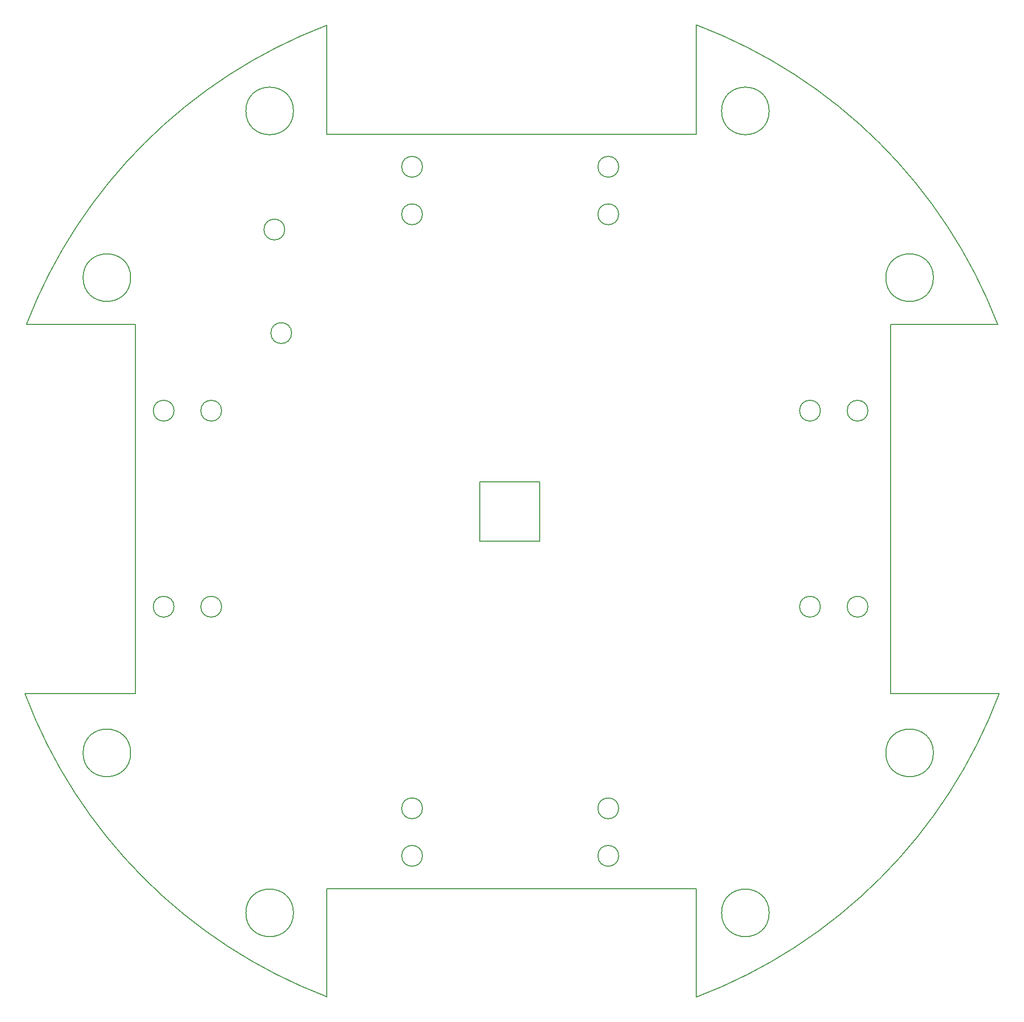
<source format=gm1>
%TF.GenerationSoftware,KiCad,Pcbnew,8.0.5*%
%TF.CreationDate,2024-11-19T19:18:07-05:00*%
%TF.ProjectId,line_sensor_pcb,6c696e65-5f73-4656-9e73-6f725f706362,rev?*%
%TF.SameCoordinates,Original*%
%TF.FileFunction,Profile,NP*%
%FSLAX46Y46*%
G04 Gerber Fmt 4.6, Leading zero omitted, Abs format (unit mm)*
G04 Created by KiCad (PCBNEW 8.0.5) date 2024-11-19 19:18:07*
%MOMM*%
%LPD*%
G01*
G04 APERTURE LIST*
%TA.AperFunction,Profile*%
%ADD10C,0.200000*%
%TD*%
G04 APERTURE END LIST*
D10*
X67731784Y-30297000D02*
X67731784Y-11940698D01*
X158756255Y-76813331D02*
G75*
G02*
X155256255Y-76813331I-1750000J0D01*
G01*
X155256255Y-76813331D02*
G75*
G02*
X158756255Y-76813331I1750000J0D01*
G01*
X35560000Y-124460000D02*
X16987614Y-124460000D01*
X129894784Y-30297000D02*
X67731784Y-30297000D01*
X50056255Y-109813331D02*
G75*
G02*
X46556255Y-109813331I-1750000J0D01*
G01*
X46556255Y-109813331D02*
G75*
G02*
X50056255Y-109813331I1750000J0D01*
G01*
X103511844Y-98781822D02*
X93511844Y-98781822D01*
X42056255Y-76813331D02*
G75*
G02*
X38556255Y-76813331I-1750000J0D01*
G01*
X38556255Y-76813331D02*
G75*
G02*
X42056255Y-76813331I1750000J0D01*
G01*
X17232133Y-62297000D02*
G75*
G02*
X67731785Y-11940702I81670577J-31403220D01*
G01*
X162560000Y-124460000D02*
X162560000Y-62297000D01*
X129894784Y-157297000D02*
X129894784Y-175527752D01*
X62136645Y-26354217D02*
G75*
G02*
X54136645Y-26354217I-4000000J0D01*
G01*
X54136645Y-26354217D02*
G75*
G02*
X62136645Y-26354217I4000000J0D01*
G01*
X60675524Y-46322164D02*
G75*
G02*
X57175524Y-46322164I-1750000J0D01*
G01*
X57175524Y-46322164D02*
G75*
G02*
X60675524Y-46322164I1750000J0D01*
G01*
X116834999Y-143754377D02*
G75*
G02*
X113334999Y-143754377I-1750000J0D01*
G01*
X113334999Y-143754377D02*
G75*
G02*
X116834999Y-143754377I1750000J0D01*
G01*
X116834999Y-35754377D02*
G75*
G02*
X113334999Y-35754377I-1750000J0D01*
G01*
X113334999Y-35754377D02*
G75*
G02*
X116834999Y-35754377I1750000J0D01*
G01*
X67731784Y-175459770D02*
X67731784Y-157297000D01*
X34760077Y-134420449D02*
G75*
G02*
X26760077Y-134420449I-4000000J0D01*
G01*
X26760077Y-134420449D02*
G75*
G02*
X34760077Y-134420449I4000000J0D01*
G01*
X103511844Y-88781822D02*
X103511844Y-98781822D01*
X142136645Y-26354217D02*
G75*
G02*
X134136645Y-26354217I-4000000J0D01*
G01*
X134136645Y-26354217D02*
G75*
G02*
X142136645Y-26354217I4000000J0D01*
G01*
X142136645Y-161354217D02*
G75*
G02*
X134136645Y-161354217I-4000000J0D01*
G01*
X134136645Y-161354217D02*
G75*
G02*
X142136645Y-161354217I4000000J0D01*
G01*
X150756255Y-109813331D02*
G75*
G02*
X147256255Y-109813331I-1750000J0D01*
G01*
X147256255Y-109813331D02*
G75*
G02*
X150756255Y-109813331I1750000J0D01*
G01*
X162560000Y-62297000D02*
X180573330Y-62297000D01*
X67731784Y-157297000D02*
X129894784Y-157297000D01*
X50056255Y-76813331D02*
G75*
G02*
X46556255Y-76813331I-1750000J0D01*
G01*
X46556255Y-76813331D02*
G75*
G02*
X50056255Y-76813331I1750000J0D01*
G01*
X180817850Y-124460000D02*
X162560000Y-124460000D01*
X180817850Y-124460000D02*
G75*
G02*
X129894783Y-175527750I-81915120J30759770D01*
G01*
X158756255Y-109813331D02*
G75*
G02*
X155256255Y-109813331I-1750000J0D01*
G01*
X155256255Y-109813331D02*
G75*
G02*
X158756255Y-109813331I1750000J0D01*
G01*
X129894784Y-11872720D02*
G75*
G02*
X180573330Y-62297000I-30992034J-81827500D01*
G01*
X83834999Y-143754377D02*
G75*
G02*
X80334999Y-143754377I-1750000J0D01*
G01*
X80334999Y-143754377D02*
G75*
G02*
X83834999Y-143754377I1750000J0D01*
G01*
X83834999Y-35754377D02*
G75*
G02*
X80334999Y-35754377I-1750000J0D01*
G01*
X80334999Y-35754377D02*
G75*
G02*
X83834999Y-35754377I1750000J0D01*
G01*
X35560000Y-62297000D02*
X35560000Y-124460000D01*
X83834999Y-151754377D02*
G75*
G02*
X80334999Y-151754377I-1750000J0D01*
G01*
X80334999Y-151754377D02*
G75*
G02*
X83834999Y-151754377I1750000J0D01*
G01*
X62136645Y-161354217D02*
G75*
G02*
X54136645Y-161354217I-4000000J0D01*
G01*
X54136645Y-161354217D02*
G75*
G02*
X62136645Y-161354217I4000000J0D01*
G01*
X42056255Y-109813331D02*
G75*
G02*
X38556255Y-109813331I-1750000J0D01*
G01*
X38556255Y-109813331D02*
G75*
G02*
X42056255Y-109813331I1750000J0D01*
G01*
X116834999Y-151754377D02*
G75*
G02*
X113334999Y-151754377I-1750000J0D01*
G01*
X113334999Y-151754377D02*
G75*
G02*
X116834999Y-151754377I1750000J0D01*
G01*
X129894784Y-11872720D02*
X129894784Y-30297000D01*
X116834999Y-43754377D02*
G75*
G02*
X113334999Y-43754377I-1750000J0D01*
G01*
X113334999Y-43754377D02*
G75*
G02*
X116834999Y-43754377I1750000J0D01*
G01*
X93511844Y-98781822D02*
X93511844Y-88781822D01*
X169760077Y-134420449D02*
G75*
G02*
X161760077Y-134420449I-4000000J0D01*
G01*
X161760077Y-134420449D02*
G75*
G02*
X169760077Y-134420449I4000000J0D01*
G01*
X67731784Y-175459770D02*
G75*
G02*
X16987611Y-124460001I31170906J81759500D01*
G01*
X169760077Y-54420449D02*
G75*
G02*
X161760077Y-54420449I-4000000J0D01*
G01*
X161760077Y-54420449D02*
G75*
G02*
X169760077Y-54420449I4000000J0D01*
G01*
X150756255Y-76813331D02*
G75*
G02*
X147256255Y-76813331I-1750000J0D01*
G01*
X147256255Y-76813331D02*
G75*
G02*
X150756255Y-76813331I1750000J0D01*
G01*
X61834999Y-63754377D02*
G75*
G02*
X58334999Y-63754377I-1750000J0D01*
G01*
X58334999Y-63754377D02*
G75*
G02*
X61834999Y-63754377I1750000J0D01*
G01*
X34760077Y-54420449D02*
G75*
G02*
X26760077Y-54420449I-4000000J0D01*
G01*
X26760077Y-54420449D02*
G75*
G02*
X34760077Y-54420449I4000000J0D01*
G01*
X17232133Y-62297000D02*
X35560000Y-62297000D01*
X83834999Y-43754377D02*
G75*
G02*
X80334999Y-43754377I-1750000J0D01*
G01*
X80334999Y-43754377D02*
G75*
G02*
X83834999Y-43754377I1750000J0D01*
G01*
X93511844Y-88781822D02*
X103511844Y-88781822D01*
M02*

</source>
